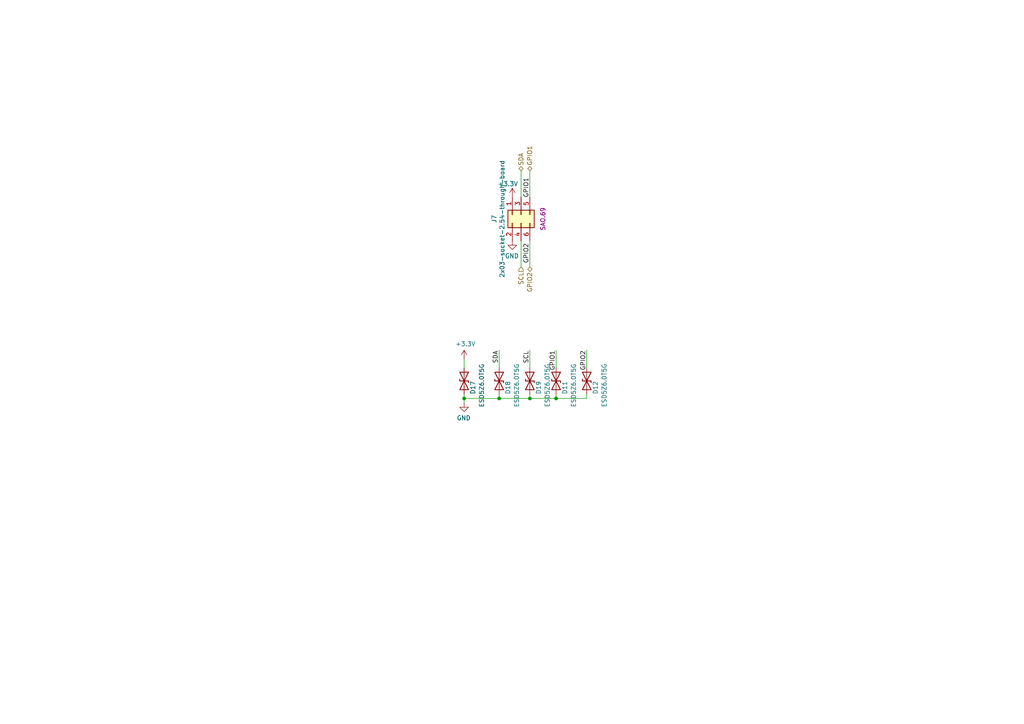
<source format=kicad_sch>
(kicad_sch (version 20230221) (generator eeschema)
  (paper "A4")
  (lib_symbols
    (symbol "Connector_Generic:Conn_02x03_Odd_Even" (pin_names (offset 1.016) hide)
      (property "Reference" "J" (at 1.27 5.08 0))
      (property "Value" "Conn_02x03_Odd_Even" (at 1.27 -5.08 0))
      (symbol "Conn_02x03_Odd_Even_1_1"
        (rectangle (start -1.27 -2.413) (end 0 -2.667) (stroke (width 0.1524)))
        (rectangle (start -1.27 0.127) (end 0 -0.127) (stroke (width 0.1524)))
        (rectangle (start -1.27 2.667) (end 0 2.413) (stroke (width 0.1524)))
        (rectangle (start -1.27 3.81) (end 3.81 -3.81) (stroke (width 0.254)) (fill (type background)))
        (rectangle (start 3.81 -2.413) (end 2.54 -2.667) (stroke (width 0.1524)))
        (rectangle (start 3.81 0.127) (end 2.54 -0.127) (stroke (width 0.1524)))
        (rectangle (start 3.81 2.667) (end 2.54 2.413) (stroke (width 0.1524)))
        (pin passive line (at -5.08 2.54 0) (length 3.81) (name "Pin_1") (number "1"))
        (pin passive line (at 7.62 2.54 180) (length 3.81) (name "Pin_2") (number "2"))
        (pin passive line (at -5.08 0 0) (length 3.81) (name "Pin_3") (number "3"))
        (pin passive line (at 7.62 0 180) (length 3.81) (name "Pin_4") (number "4"))
        (pin passive line (at -5.08 -2.54 0) (length 3.81) (name "Pin_5") (number "5"))
        (pin passive line (at 7.62 -2.54 180) (length 3.81) (name "Pin_6") (number "6"))
      )
    )
    (symbol "Device:D_TVS" (pin_numbers hide) (pin_names (offset 1.016) hide)
      (property "Reference" "D" (at 0 2.54 0))
      (property "Value" "D_TVS" (at 0 -2.54 0))
      (symbol "D_TVS_0_1"
        (polyline (pts (xy 1.27 0) (xy -1.27 0)))
        (polyline (pts (xy 0.508 1.27) (xy 0 1.27) (xy 0 -1.27) (xy -0.508 -1.27)) (stroke (width 0.254)))
        (polyline (pts (xy -2.54 1.27) (xy -2.54 -1.27) (xy 2.54 1.27) (xy 2.54 -1.27) (xy -2.54 1.27)) (stroke (width 0.254)))
      )
      (symbol "D_TVS_1_1"
        (pin passive line (at -3.81 0 0) (length 2.54) (name "A1") (number "1"))
        (pin passive line (at 3.81 0 180) (length 2.54) (name "A2") (number "2"))
      )
    )
    (symbol "power:+3.3V" (power) (pin_names (offset 0))
      (property "Value" "+3.3V" (at 0 3.556 0))
      (symbol "+3.3V_0_1"
        (polyline (pts (xy -0.762 1.27) (xy 0 2.54)))
        (polyline (pts (xy 0 0) (xy 0 2.54)))
        (polyline (pts (xy 0 2.54) (xy 0.762 1.27)))
      )
      (symbol "+3.3V_1_1"
        (pin power_in line (at 0 0 90) (length 0) hide (name "+3.3V") (number "1"))
      )
    )
    (symbol "power:GND" (power) (pin_names (offset 0))
      (property "Value" "GND" (at 0 -3.81 0))
      (symbol "GND_0_1"
        (polyline (pts (xy 0 0) (xy 0 -1.27) (xy 1.27 -1.27) (xy 0 -2.54) (xy -1.27 -1.27) (xy 0 -1.27)))
      )
      (symbol "GND_1_1"
        (pin power_in line (at 0 0 270) (length 0) hide (name "GND") (number "1"))
      )
    )
  )
  (junction (at 153.67 115.57))
  (junction (at 144.78 115.57))
  (junction (at 161.29 115.57))
  (junction (at 134.62 115.57))
  (wire (pts (xy 134.62 115.57) (xy 134.62 114.3)))
  (wire (pts (xy 144.78 115.57) (xy 153.67 115.57)))
  (wire (pts (xy 170.18 106.68) (xy 170.18 101.6)))
  (wire (pts (xy 151.13 57.15) (xy 151.13 49.53)))
  (wire (pts (xy 161.29 115.57) (xy 170.18 115.57)))
  (wire (pts (xy 144.78 114.3) (xy 144.78 115.57)))
  (wire (pts (xy 153.67 69.85) (xy 153.67 77.47)))
  (wire (pts (xy 161.29 115.57) (xy 161.29 114.3)))
  (wire (pts (xy 153.67 115.57) (xy 161.29 115.57)))
  (wire (pts (xy 161.29 106.68) (xy 161.29 101.6)))
  (wire (pts (xy 151.13 69.85) (xy 151.13 77.47)))
  (wire (pts (xy 170.18 115.57) (xy 170.18 114.3)))
  (wire (pts (xy 134.62 104.14) (xy 134.62 106.68)))
  (wire (pts (xy 134.62 115.57) (xy 144.78 115.57)))
  (wire (pts (xy 153.67 115.57) (xy 153.67 114.3)))
  (wire (pts (xy 144.78 106.68) (xy 144.78 101.6)))
  (wire (pts (xy 153.67 106.68) (xy 153.67 101.6)))
  (wire (pts (xy 153.67 57.15) (xy 153.67 49.53)))
  (wire (pts (xy 134.62 116.84) (xy 134.62 115.57)))
  (label "GPIO2" (at 153.67 70.485 270))
  (label "GPIO1" (at 161.29 101.6 270))
  (label "GPIO2" (at 170.18 101.6 270))
  (label "SDA" (at 144.78 105.41 90))
  (label "SCL" (at 153.67 105.41 90))
  (label "GPIO1" (at 153.67 51.435 270))
  (hierarchical_label "GPIO1" (shape bidirectional) (at 153.67 49.53 90))
  (hierarchical_label "SCL" (shape input) (at 151.13 77.47 270))
  (hierarchical_label "SDA" (shape bidirectional) (at 151.13 49.53 90))
  (hierarchical_label "GPIO2" (shape bidirectional) (at 153.67 77.47 270))
  (symbol (lib_id "Connector_Generic:Conn_02x03_Odd_Even") (at 151.13 62.23 90) (mirror x) (unit 1)
    (property "Reference" "J7" (at 143.3322 63.5 0))
    (property "Value" "2x03-socket-2.54-through-board" (at 145.6436 63.5 0))
    (property "Footprint" "jeffmakes-footprints:PinSocket_2x03_P2.54mm_Through-Board-Mating" (effects hide))
    (property "purpose" "SAO.69" (at 157.48 63.5 0))
    (instances (project "tr23-badge-r1" (path "" (reference "J7") (unit 1)) (path "" (reference "J?") (unit 1))))
  )
  (symbol (lib_id "power:GND") (at 148.59 69.85 0) (mirror y) (unit 1)
    (property "Reference" "#PWR075" (effects hide))
    (property "Value" "GND" (at 148.463 74.2442 0))
    (instances (project "tr23-badge-r1" (path "" (reference "#PWR075") (unit 1)) (path "" (reference "#PWR?") (unit 1))))
  )
  (symbol (lib_id "power:+3.3V") (at 148.59 57.15 0) (unit 1)
    (property "Reference" "#PWR074" (effects hide))
    (property "Value" "+3.3V" (at 147.32 53.34 0))
    (instances (project "tr23-badge-r1" (path "" (reference "#PWR074") (unit 1)) (path "" (reference "#PWR?") (unit 1))))
  )
  (symbol (lib_id "Device:D_TVS") (at 134.62 110.49 270) (unit 1)
    (property "Reference" "D17" (at 137.16 110.49 0) (effects (justify left)))
    (property "Value" " ESD5Z6.0T5G" (at 139.7 105.41 0) (effects (justify left)))
    (property "Footprint" "jeffmakes-footprints:SOD-523-numbered-pads" (effects hide))
    (property "MPN" "ESD5Z5.0VC" (effects hide))
    (instances (project "tr23-badge-r1" (path "" (reference "D17") (unit 1)) (path "" (reference "D?") (unit 1))))
  )
  (symbol (lib_id "Device:D_TVS") (at 144.78 110.49 270) (unit 1)
    (property "Reference" "D18" (at 147.32 110.49 0) (effects (justify left)))
    (property "Value" " ESD5Z6.0T5G" (at 149.86 105.41 0) (effects (justify left)))
    (property "Footprint" "jeffmakes-footprints:SOD-523-numbered-pads" (effects hide))
    (property "MPN" "ESD5Z5.0VC" (effects hide))
    (instances (project "tr23-badge-r1" (path "" (reference "D18") (unit 1)) (path "" (reference "D?") (unit 1))))
  )
  (symbol (lib_id "Device:D_TVS") (at 153.67 110.49 270) (unit 1)
    (property "Reference" "D19" (at 156.21 110.49 0) (effects (justify left)))
    (property "Value" " ESD5Z6.0T5G" (at 158.75 105.41 0) (effects (justify left)))
    (property "Footprint" "jeffmakes-footprints:SOD-523-numbered-pads" (effects hide))
    (property "MPN" "ESD5Z5.0VC" (effects hide))
    (instances (project "tr23-badge-r1" (path "" (reference "D19") (unit 1)) (path "" (reference "D?") (unit 1))))
  )
  (symbol (lib_id "power:+3.3V") (at 134.62 104.14 0) (unit 1)
    (property "Reference" "#PWR076" (effects hide))
    (property "Value" "+3.3V" (at 135.001 99.7458 0))
    (instances (project "tr23-badge-r1" (path "" (reference "#PWR076") (unit 1)) (path "" (reference "#PWR?") (unit 1))))
  )
  (symbol (lib_id "power:GND") (at 134.62 116.84 0) (mirror y) (unit 1)
    (property "Reference" "#PWR077" (effects hide))
    (property "Value" "GND" (at 134.493 121.2342 0))
    (instances (project "tr23-badge-r1" (path "" (reference "#PWR077") (unit 1)) (path "" (reference "#PWR?") (unit 1))))
  )
  (symbol (lib_id "Device:D_TVS") (at 161.29 110.49 270) (unit 1)
    (property "Reference" "D11" (at 163.83 110.49 0) (effects (justify left)))
    (property "Value" " ESD5Z6.0T5G" (at 166.37 105.41 0) (effects (justify left)))
    (property "Footprint" "jeffmakes-footprints:SOD-523-numbered-pads" (effects hide))
    (property "MPN" "ESD5Z5.0VC" (effects hide))
    (instances (project "tr23-badge-r1" (path "" (reference "D11") (unit 1)) (path "" (reference "D?") (unit 1))))
  )
  (symbol (lib_id "Device:D_TVS") (at 170.18 110.49 270) (unit 1)
    (property "Reference" "D12" (at 172.72 110.49 0) (effects (justify left)))
    (property "Value" " ESD5Z6.0T5G" (at 175.26 105.41 0) (effects (justify left)))
    (property "Footprint" "jeffmakes-footprints:SOD-523-numbered-pads" (effects hide))
    (property "MPN" "ESD5Z5.0VC" (effects hide))
    (instances (project "tr23-badge-r1" (path "" (reference "D12") (unit 1)) (path "" (reference "D?") (unit 1))))
  )
)
</source>
